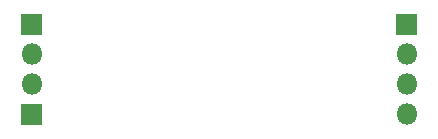
<source format=gbs>
G04 #@! TF.GenerationSoftware,KiCad,Pcbnew,(5.1.12)-1*
G04 #@! TF.CreationDate,2023-02-16T22:18:36+00:00*
G04 #@! TF.ProjectId,battery,62617474-6572-4792-9e6b-696361645f70,v01*
G04 #@! TF.SameCoordinates,Original*
G04 #@! TF.FileFunction,Soldermask,Bot*
G04 #@! TF.FilePolarity,Negative*
%FSLAX46Y46*%
G04 Gerber Fmt 4.6, Leading zero omitted, Abs format (unit mm)*
G04 Created by KiCad (PCBNEW (5.1.12)-1) date 2023-02-16 22:18:36*
%MOMM*%
%LPD*%
G01*
G04 APERTURE LIST*
%ADD10O,1.800000X1.800000*%
G04 APERTURE END LIST*
G36*
G01*
X105040000Y-124880000D02*
X105040000Y-126580000D01*
G75*
G02*
X104990000Y-126630000I-50000J0D01*
G01*
X103290000Y-126630000D01*
G75*
G02*
X103240000Y-126580000I0J50000D01*
G01*
X103240000Y-124880000D01*
G75*
G02*
X103290000Y-124830000I50000J0D01*
G01*
X104990000Y-124830000D01*
G75*
G02*
X105040000Y-124880000I0J-50000D01*
G01*
G37*
D10*
X104140000Y-128270000D03*
X104140000Y-130810000D03*
G36*
G01*
X105040000Y-132500000D02*
X105040000Y-134200000D01*
G75*
G02*
X104990000Y-134250000I-50000J0D01*
G01*
X103290000Y-134250000D01*
G75*
G02*
X103240000Y-134200000I0J50000D01*
G01*
X103240000Y-132500000D01*
G75*
G02*
X103290000Y-132450000I50000J0D01*
G01*
X104990000Y-132450000D01*
G75*
G02*
X105040000Y-132500000I0J-50000D01*
G01*
G37*
G36*
G01*
X134990000Y-126580000D02*
X134990000Y-124880000D01*
G75*
G02*
X135040000Y-124830000I50000J0D01*
G01*
X136740000Y-124830000D01*
G75*
G02*
X136790000Y-124880000I0J-50000D01*
G01*
X136790000Y-126580000D01*
G75*
G02*
X136740000Y-126630000I-50000J0D01*
G01*
X135040000Y-126630000D01*
G75*
G02*
X134990000Y-126580000I0J50000D01*
G01*
G37*
X135890000Y-128270000D03*
X135890000Y-130810000D03*
X135890000Y-133350000D03*
M02*

</source>
